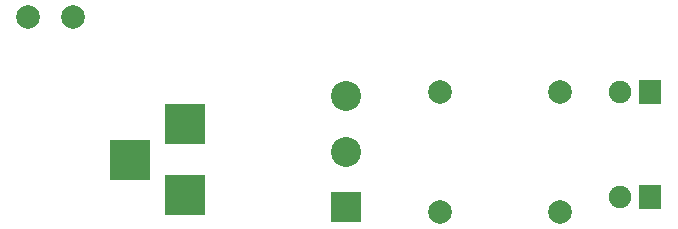
<source format=gbr>
G04 #@! TF.FileFunction,Copper,L2,Bot,Signal*
%FSLAX46Y46*%
G04 Gerber Fmt 4.6, Leading zero omitted, Abs format (unit mm)*
G04 Created by KiCad (PCBNEW 4.0.2-stable) date Wednesday, 27 July 2016 'pmt' 13:43:39*
%MOMM*%
G01*
G04 APERTURE LIST*
%ADD10C,0.100000*%
%ADD11C,1.998980*%
%ADD12R,1.900000X2.000000*%
%ADD13C,1.900000*%
%ADD14R,3.500120X3.500120*%
%ADD15R,2.540000X2.540000*%
%ADD16C,2.540000*%
G04 APERTURE END LIST*
D10*
D11*
X126365000Y-78740000D03*
X130175000Y-78740000D03*
D12*
X179070000Y-85090000D03*
D13*
X176530000Y-85090000D03*
D11*
X161290000Y-85090000D03*
X171450000Y-85090000D03*
X161290000Y-95250000D03*
X171450000Y-95250000D03*
D14*
X139700000Y-93830140D03*
X139700000Y-87830660D03*
X135001000Y-90830400D03*
D12*
X179070000Y-93980000D03*
D13*
X176530000Y-93980000D03*
D15*
X153289000Y-94869000D03*
D16*
X153289000Y-90170000D03*
X153289000Y-85471000D03*
M02*

</source>
